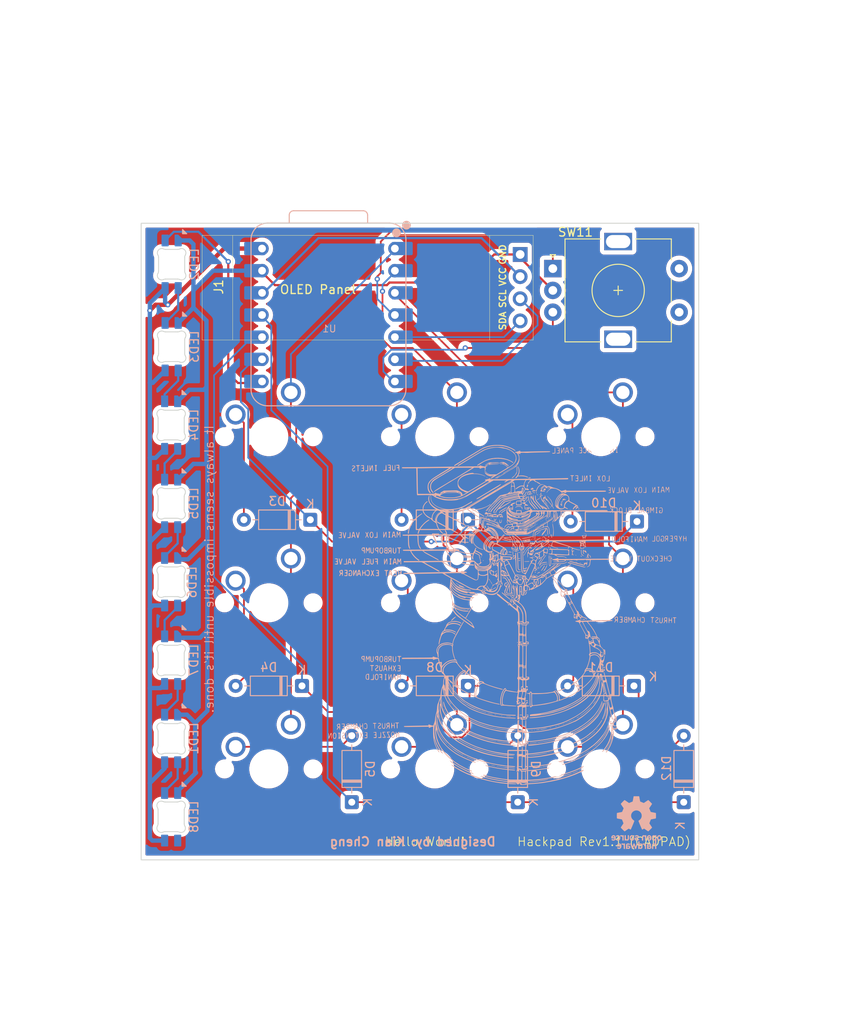
<source format=kicad_pcb>
(kicad_pcb (version 20241229) (generator "pcbnew") (generator_version "9.0")
  (layers (0 "F.Cu" signal) (2 "B.Cu" signal) (13 "F.Paste" user) (15 "B.Paste" user) (5 "F.SilkS" user "F.Silkscreen") (7 "B.SilkS" user "B.Silkscreen") (1 "F.Mask" user) (3 "B.Mask" user) (25 "Edge.Cuts" user))
  (net 0 "")
  (net 1 "GND")
  (net 2 "+5V")
  (net 3 "Row 0")
  (net 4 "Net-(D3-A)")
  (net 5 "Row 1")
  (net 6 "Net-(D4-A)")
  (net 7 "Net-(D5-A)")
  (net 8 "Row 2")
  (net 9 "Net-(D7-A)")
  (net 10 "Net-(D8-A)")
  (net 11 "Net-(D9-A)")
  (net 12 "Net-(D10-A)")
  (net 13 "Net-(D11-A)")
  (net 14 "Net-(D12-A)")
  (net 15 "+3V3")
  (net 16 "/SDA")
  (net 17 "/SCL")
  (net 18 "Column 0")
  (net 19 "Column 1")
  (net 20 "Column 2")
  (net 21 "EN1")
  (net 23 "EN2")
  (net 25 "Net-(LED1-DIN)")
  (net 26 "Net-(LED1-DOUT)")
  (net 27 "Net-(LED2-DOUT)")
  (net 28 "Net-(LED2-DIN)")
  (net 29 "Net-(LED3-DOUT)")
  (net 30 "Net-(LED4-DOUT)")
  (net 31 "Net-(LED5-DOUT)")
  (net 32 "Net-(LED6-DOUT)")
  (footprint "MX_Solderable:MX-Solderable-1U" (layer "F.Cu") (at 95.25 104.775)
    (property "Reference" "SW7")
    (property "Value" "SW_Push")
  )
  (footprint "MX_Solderable:MX-Solderable-1U" (layer "F.Cu") (at 76.2 104.775)
    (property "Reference" "SW4")
    (property "Value" "SW_Push")
  )
  (footprint "MX_Solderable:MX-Solderable-1U" (layer "F.Cu") (at 57.15 142.875)
    (property "Reference" "SW3")
    (property "Value" "SW_Push")
  )
  (footprint "MX_Solderable:MX-Solderable-1U" (layer "F.Cu") (at 57.15 123.825)
    (property "Reference" "SW2")
    (property "Value" "SW_Push")
  )
  (footprint "MX_Solderable:MX-Solderable-1U" (layer "F.Cu") (at 76.2 142.875)
    (property "Reference" "SW6")
    (property "Value" "SW_Push")
  )
  (footprint "MX_Solderable:MX-Solderable-1U" (layer "F.Cu") (at 95.25 142.875)
    (property "Reference" "SW9")
    (property "Value" "SW_Push")
  )
  (footprint "MX_Solderable:MX-Solderable-1U" (layer "F.Cu") (at 57.15 104.775)
    (property "Reference" "SW1")
    (property "Value" "SW_Push")
  )
  (footprint "MX_Solderable:MX-Solderable-1U" (layer "F.Cu") (at 76.2 123.825)
    (property "Reference" "SW5")
    (property "Value" "SW_Push")
  )
  (footprint "MX_Solderable:MX-Solderable-1U" (layer "F.Cu") (at 95.25 123.825)
    (property "Reference" "SW8")
    (property "Value" "SW_Push")
  )
  (footprint "Rotary_Encoder:RotaryEncoder_Alps_EC11E-Switch_Vertical_H20mm" (layer "F.Cu") (at 89.75 85.5)
    (property "Reference" "SW11")
    (property "Value" "RotaryEncoder_Switch")
  )
  (footprint "KiCad-SSD1306-0.91-OLED-4pin-128x32.pretty-master:SSD1306-0.91-OLED-4pin-128x32" (layer "F.Cu") (at 49.5 81.69)
    (property "Reference" "J1")
    (property "Value" "OLED")
  )
  (footprint "PCM_marbastlib-choc:LED_choc_6028R" (layer "B.Cu") (at 46 85 90)
    (property "Reference" "LED2")
    (property "Value" "MX_SK6812MINI-E")
    (fp_line (start -0.794452 -1.5) (end 0.794453 -1.5) (stroke (width 0.1)) (layer "Edge.Cuts"))
    (fp_line (start 1.699999 -0.702843) (end 1.699999 0.702841) (stroke (width 0.1)) (layer "Edge.Cuts"))
    (fp_line (start -1.699999 0.702841) (end -1.699999 -0.702843) (stroke (width 0.1)) (layer "Edge.Cuts"))
    (fp_line (start 0.794452 1.499999) (end -0.794452 1.499999) (stroke (width 0.1)) (layer "Edge.Cuts"))
    (fp_arc (start 1.046711 -1.568298) (mid 0.925123 -1.517376) (end 0.794453 -1.5) (stroke (width 0.1)) (layer "Edge.Cuts"))
    (fp_arc (start 1.046711 -1.568298) (mid 1.63807 -1.504035) (end 1.749484 -0.919721) (stroke (width 0.1)) (layer "Edge.Cuts"))
    (fp_arc (start -0.794453 -1.500001) (mid -0.925123 -1.517378) (end -1.046711 -1.5683) (stroke (width 0.1)) (layer "Edge.Cuts"))
    (fp_arc (start -1.749484 -0.919721) (mid -1.638071 -1.504036) (end -1.046711 -1.5683) (stroke (width 0.1)) (layer "Edge.Cuts"))
    (fp_arc (start -1.749484 -0.919721) (mid -1.712527 -0.814069) (end -1.699999 -0.702843) (stroke (width 0.1)) (layer "Edge.Cuts"))
    (fp_arc (start 1.699999 -0.702844) (mid 1.712536 -0.814066) (end 1.749484 -0.919721) (stroke (width 0.1)) (layer "Edge.Cuts"))
    (fp_arc (start -1.699999 0.702842) (mid -1.712527 0.814068) (end -1.749484 0.91972) (stroke (width 0.1)) (layer "Edge.Cuts"))
    (fp_arc (start 1.749484 0.919718) (mid 1.638073 1.504037) (end 1.046711 1.568298) (stroke (width 0.1)) (layer "Edge.Cuts"))
    (fp_arc (start 1.749484 0.91972) (mid 1.712526 0.814068) (end 1.699999 0.702841) (stroke (width 0.1)) (layer "Edge.Cuts"))
    (fp_arc (start 0.794452 1.499999) (mid 0.925123 1.517376) (end 1.046711 1.568298) (stroke (width 0.1)) (layer "Edge.Cuts"))
    (fp_arc (start -1.046711 1.568296) (mid -1.63807 1.504033) (end -1.749484 0.91972) (stroke (width 0.1)) (layer "Edge.Cuts"))
    (fp_arc (start -1.04671 1.568298) (mid -0.925122 1.517376) (end -0.794452 1.499999) (stroke (width 0.1)) (layer "Edge.Cuts"))
  )
  (footprint "PCM_marbastlib-choc:LED_choc_6028R" (layer "B.Cu") (at 46 94.456335 90)
    (property "Reference" "LED3")
    (property "Value" "MX_SK6812MINI-E")
    (fp_line (start -0.794452 -1.5) (end 0.794453 -1.5) (stroke (width 0.1)) (layer "Edge.Cuts"))
    (fp_line (start 1.699999 -0.702843) (end 1.699999 0.702841) (stroke (width 0.1)) (layer "Edge.Cuts"))
    (fp_line (start -1.699999 0.702841) (end -1.699999 -0.702843) (stroke (width 0.1)) (layer "Edge.Cuts"))
    (fp_line (start 0.794452 1.499999) (end -0.794452 1.499999) (stroke (width 0.1)) (layer "Edge.Cuts"))
    (fp_arc (start 1.046711 -1.568298) (mid 0.925123 -1.517376) (end 0.794453 -1.5) (stroke (width 0.1)) (layer "Edge.Cuts"))
    (fp_arc (start 1.046711 -1.568298) (mid 1.63807 -1.504035) (end 1.749484 -0.919721) (stroke (width 0.1)) (layer "Edge.Cuts"))
    (fp_arc (start -0.794453 -1.500001) (mid -0.925123 -1.517378) (end -1.046711 -1.5683) (stroke (width 0.1)) (layer "Edge.Cuts"))
    (fp_arc (start -1.749484 -0.919721) (mid -1.638071 -1.504036) (end -1.046711 -1.5683) (stroke (width 0.1)) (layer "Edge.Cuts"))
    (fp_arc (start -1.749484 -0.919721) (mid -1.712527 -0.814069) (end -1.699999 -0.702843) (stroke (width 0.1)) (layer "Edge.Cuts"))
    (fp_arc (start 1.699999 -0.702844) (mid 1.712536 -0.814066) (end 1.749484 -0.919721) (stroke (width 0.1)) (layer "Edge.Cuts"))
    (fp_arc (start -1.699999 0.702842) (mid -1.712527 0.814068) (end -1.749484 0.91972) (stroke (width 0.1)) (layer "Edge.Cuts"))
    (fp_arc (start 1.749484 0.919718) (mid 1.638073 1.504037) (end 1.046711 1.568298) (stroke (width 0.1)) (layer "Edge.Cuts"))
    (fp_arc (start 1.749484 0.91972) (mid 1.712526 0.814068) (end 1.699999 0.702841) (stroke (width 0.1)) (layer "Edge.Cuts"))
    (fp_arc (start 0.794452 1.499999) (mid 0.925123 1.517376) (end 1.046711 1.568298) (stroke (width 0.1)) (layer "Edge.Cuts"))
    (fp_arc (start -1.046711 1.568296) (mid -1.63807 1.504033) (end -1.749484 0.91972) (stroke (width 0.1)) (layer "Edge.Cuts"))
    (fp_arc (start -1.04671 1.568298) (mid -0.925122 1.517376) (end -0.794452 1.499999) (stroke (width 0.1)) (layer "Edge.Cuts"))
  )
  (footprint "Diode_THT:D_DO-35_SOD27_P7.62mm_Horizontal" (layer "B.Cu") (at 60.96 133.35 180)
    (property "Reference" "D4")
    (property "Value" "1N4148")
  )
  (footprint "PCM_marbastlib-choc:LED_choc_6028R" (layer "B.Cu") (at 45.94375 130.393778 90)
    (property "Reference" "LED7")
    (property "Value" "MX_SK6812MINI-E")
    (fp_line (start -0.794452 -1.5) (end 0.794453 -1.5) (stroke (width 0.1)) (layer "Edge.Cuts"))
    (fp_line (start 1.699999 -0.702843) (end 1.699999 0.702841) (stroke (width 0.1)) (layer "Edge.Cuts"))
    (fp_line (start -1.699999 0.702841) (end -1.699999 -0.702843) (stroke (width 0.1)) (layer "Edge.Cuts"))
    (fp_line (start 0.794452 1.499999) (end -0.794452 1.499999) (stroke (width 0.1)) (layer "Edge.Cuts"))
    (fp_arc (start 1.046711 -1.568298) (mid 0.925123 -1.517376) (end 0.794453 -1.5) (stroke (width 0.1)) (layer "Edge.Cuts"))
    (fp_arc (start 1.046711 -1.568298) (mid 1.63807 -1.504035) (end 1.749484 -0.919721) (stroke (width 0.1)) (layer "Edge.Cuts"))
    (fp_arc (start -0.794453 -1.500001) (mid -0.925123 -1.517378) (end -1.046711 -1.5683) (stroke (width 0.1)) (layer "Edge.Cuts"))
    (fp_arc (start -1.749484 -0.919721) (mid -1.638071 -1.504036) (end -1.046711 -1.5683) (stroke (width 0.1)) (layer "Edge.Cuts"))
    (fp_arc (start -1.749484 -0.919721) (mid -1.712527 -0.814069) (end -1.699999 -0.702843) (stroke (width 0.1)) (layer "Edge.Cuts"))
    (fp_arc (start 1.699999 -0.702844) (mid 1.712536 -0.814066) (end 1.749484 -0.919721) (stroke (width 0.1)) (layer "Edge.Cuts"))
    (fp_arc (start -1.699999 0.702842) (mid -1.712527 0.814068) (end -1.749484 0.91972) (stroke (width 0.1)) (layer "Edge.Cuts"))
    (fp_arc (start 1.749484 0.919718) (mid 1.638073 1.504037) (end 1.046711 1.568298) (stroke (width 0.1)) (layer "Edge.Cuts"))
    (fp_arc (start 1.749484 0.91972) (mid 1.712526 0.814068) (end 1.699999 0.702841) (stroke (width 0.1)) (layer "Edge.Cuts"))
    (fp_arc (start 0.794452 1.499999) (mid 0.925123 1.517376) (end 1.046711 1.568298) (stroke (width 0.1)) (layer "Edge.Cuts"))
    (fp_arc (start -1.046711 1.568296) (mid -1.63807 1.504033) (end -1.749484 0.91972) (stroke (width 0.1)) (layer "Edge.Cuts"))
    (fp_arc (start -1.04671 1.568298) (mid -0.925122 1.517376) (end -0.794452 1.499999) (stroke (width 0.1)) (layer "Edge.Cuts"))
  )
  (footprint "PCM_marbastlib-choc:LED_choc_6028R" (layer "B.Cu") (at 45.94375 103.440696 90)
    (property "Reference" "LED4")
    (property "Value" "MX_SK6812MINI-E")
    (fp_line (start -0.794452 -1.5) (end 0.794453 -1.5) (stroke (width 0.1)) (layer "Edge.Cuts"))
    (fp_line (start 1.699999 -0.702843) (end 1.699999 0.702841) (stroke (width 0.1)) (layer "Edge.Cuts"))
    (fp_line (start -1.699999 0.702841) (end -1.699999 -0.702843) (stroke (width 0.1)) (layer "Edge.Cuts"))
    (fp_line (start 0.794452 1.499999) (end -0.794452 1.499999) (stroke (width 0.1)) (layer "Edge.Cuts"))
    (fp_arc (start 1.046711 -1.568298) (mid 0.925123 -1.517376) (end 0.794453 -1.5) (stroke (width 0.1)) (layer "Edge.Cuts"))
    (fp_arc (start 1.046711 -1.568298) (mid 1.63807 -1.504035) (end 1.749484 -0.919721) (stroke (width 0.1)) (layer "Edge.Cuts"))
    (fp_arc (start -0.794453 -1.500001) (mid -0.925123 -1.517378) (end -1.046711 -1.5683) (stroke (width 0.1)) (layer "Edge.Cuts"))
    (fp_arc (start -1.749484 -0.919721) (mid -1.638071 -1.504036) (end -1.046711 -1.5683) (stroke (width 0.1)) (layer "Edge.Cuts"))
    (fp_arc (start -1.749484 -0.919721) (mid -1.712527 -0.814069) (end -1.699999 -0.702843) (stroke (width 0.1)) (layer "Edge.Cuts"))
    (fp_arc (start 1.699999 -0.702844) (mid 1.712536 -0.814066) (end 1.749484 -0.919721) (stroke (width 0.1)) (layer "Edge.Cuts"))
    (fp_arc (start -1.699999 0.702842) (mid -1.712527 0.814068) (end -1.749484 0.91972) (stroke (width 0.1)) (layer "Edge.Cuts"))
    (fp_arc (start 1.749484 0.919718) (mid 1.638073 1.504037) (end 1.046711 1.568298) (stroke (width 0.1)) (layer "Edge.Cuts"))
    (fp_arc (start 1.749484 0.91972) (mid 1.712526 0.814068) (end 1.699999 0.702841) (stroke (width 0.1)) (layer "Edge.Cuts"))
    (fp_arc (start 0.794452 1.499999) (mid 0.925123 1.517376) (end 1.046711 1.568298) (stroke (width 0.1)) (layer "Edge.Cuts"))
    (fp_arc (start -1.046711 1.568296) (mid -1.63807 1.504033) (end -1.749484 0.91972) (stroke (width 0.1)) (layer "Edge.Cuts"))
    (fp_arc (start -1.04671 1.568298) (mid -0.925122 1.517376) (end -0.794452 1.499999) (stroke (width 0.1)) (layer "Edge.Cuts"))
  )
  (footprint "PCM_marbastlib-choc:LED_choc_6028R" (layer "B.Cu") (at 45.94375 112.425056 90)
    (property "Reference" "LED5")
    (property "Value" "MX_SK6812MINI-E")
    (fp_line (start -0.794452 -1.5) (end 0.794453 -1.5) (stroke (width 0.1)) (layer "Edge.Cuts"))
    (fp_line (start 1.699999 -0.702843) (end 1.699999 0.702841) (stroke (width 0.1)) (layer "Edge.Cuts"))
    (fp_line (start -1.699999 0.702841) (end -1.699999 -0.702843) (stroke (width 0.1)) (layer "Edge.Cuts"))
    (fp_line (start 0.794452 1.499999) (end -0.794452 1.499999) (stroke (width 0.1)) (layer "Edge.Cuts"))
    (fp_arc (start 1.046711 -1.568298) (mid 0.925123 -1.517376) (end 0.794453 -1.5) (stroke (width 0.1)) (layer "Edge.Cuts"))
    (fp_arc (start 1.046711 -1.568298) (mid 1.63807 -1.504035) (end 1.749484 -0.919721) (stroke (width 0.1)) (layer "Edge.Cuts"))
    (fp_arc (start -0.794453 -1.500001) (mid -0.925123 -1.517378) (end -1.046711 -1.5683) (stroke (width 0.1)) (layer "Edge.Cuts"))
    (fp_arc (start -1.749484 -0.919721) (mid -1.638071 -1.504036) (end -1.046711 -1.5683) (stroke (width 0.1)) (layer "Edge.Cuts"))
    (fp_arc (start -1.749484 -0.919721) (mid -1.712527 -0.814069) (end -1.699999 -0.702843) (stroke (width 0.1)) (layer "Edge.Cuts"))
    (fp_arc (start 1.699999 -0.702844) (mid 1.712536 -0.814066) (end 1.749484 -0.919721) (stroke (width 0.1)) (layer "Edge.Cuts"))
    (fp_arc (start -1.699999 0.702842) (mid -1.712527 0.814068) (end -1.749484 0.91972) (stroke (width 0.1)) (layer "Edge.Cuts"))
    (fp_arc (start 1.749484 0.919718) (mid 1.638073 1.504037) (end 1.046711 1.568298) (stroke (width 0.1)) (layer "Edge.Cuts"))
    (fp_arc (start 1.749484 0.91972) (mid 1.712526 0.814068) (end 1.699999 0.702841) (stroke (width 0.1)) (layer "Edge.Cuts"))
    (fp_arc (start 0.794452 1.499999) (mid 0.925123 1.517376) (end 1.046711 1.568298) (stroke (width 0.1)) (layer "Edge.Cuts"))
    (fp_arc (start -1.046711 1.568296) (mid -1.63807 1.504033) (end -1.749484 0.91972) (stroke (width 0.1)) (layer "Edge.Cuts"))
    (fp_arc (start -1.04671 1.568298) (mid -0.925122 1.517376) (end -0.794452 1.499999) (stroke (width 0.1)) (layer "Edge.Cuts"))
  )
  (footprint "PCM_marbastlib-choc:LED_choc_6028R" (layer "B.Cu") (at 45.94375 148.3625 90)
    (property "Reference" "LED8")
    (property "Value" "MX_SK6812MINI-E")
    (fp_line (start -0.794452 -1.5) (end 0.794453 -1.5) (stroke (width 0.1)) (layer "Edge.Cuts"))
    (fp_line (start 1.699999 -0.702843) (end 1.699999 0.702841) (stroke (width 0.1)) (layer "Edge.Cuts"))
    (fp_line (start -1.699999 0.702841) (end -1.699999 -0.702843) (stroke (width 0.1)) (layer "Edge.Cuts"))
    (fp_line (start 0.794452 1.499999) (end -0.794452 1.499999) (stroke (width 0.1)) (layer "Edge.Cuts"))
    (fp_arc (start 1.046711 -1.568298) (mid 0.925123 -1.517376) (end 0.794453 -1.5) (stroke (width 0.1)) (layer "Edge.Cuts"))
    (fp_arc (start 1.046711 -1.568298) (mid 1.63807 -1.504035) (end 1.749484 -0.919721) (stroke (width 0.1)) (layer "Edge.Cuts"))
    (fp_arc (start -0.794453 -1.500001) (mid -0.925123 -1.517378) (end -1.046711 -1.5683) (stroke (width 0.1)) (layer "Edge.Cuts"))
    (fp_arc (start -1.749484 -0.919721) (mid -1.638071 -1.504036) (end -1.046711 -1.5683) (stroke (width 0.1)) (layer "Edge.Cuts"))
    (fp_arc (start -1.749484 -0.919721) (mid -1.712527 -0.814069) (end -1.699999 -0.702843) (stroke (width 0.1)) (layer "Edge.Cuts"))
    (fp_arc (start 1.699999 -0.702844) (mid 1.712536 -0.814066) (end 1.749484 -0.919721) (stroke (width 0.1)) (layer "Edge.Cuts"))
    (fp_arc (start -1.699999 0.702842) (mid -1.712527 0.814068) (end -1.749484 0.91972) (stroke (width 0.1)) (layer "Edge.Cuts"))
    (fp_arc (start 1.749484 0.919718) (mid 1.638073 1.504037) (end 1.046711 1.568298) (stroke (width 0.1)) (layer "Edge.Cuts"))
    (fp_arc (start 1.749484 0.91972) (mid 1.712526 0.814068) (end 1.699999 0.702841) (stroke (width 0.1)) (layer "Edge.Cuts"))
    (fp_arc (start 0.794452 1.499999) (mid 0.925123 1.517376) (end 1.046711 1.568298) (stroke (width 0.1)) (layer "Edge.Cuts"))
    (fp_arc (start -1.046711 1.568296) (mid -1.63807 1.504033) (end -1.749484 0.91972) (stroke (width 0.1)) (layer "Edge.Cuts"))
    (fp_arc (start -1.04671 1.568298) (mid -0.925122 1.517376) (end -0.794452 1.499999) (stroke (width 0.1)) (layer "Edge.Cuts"))
  )
  (footprint "Diode_THT:D_DO-35_SOD27_P7.62mm_Horizontal" (layer "B.Cu") (at 80.01 114.3 180)
    (property "Reference" "D7")
    (property "Value" "1N4148")
  )
  (footprint "Diode_THT:D_DO-35_SOD27_P7.62mm_Horizontal" (layer "B.Cu") (at 80.01 133.35 180)
    (property "Reference" "D8")
    (property "Value" "1N4148")
  )
  (footprint "Diode_THT:D_DO-35_SOD27_P7.62mm_Horizontal" (layer "B.Cu") (at 104.775 146.685 90)
    (property "Reference" "D12")
    (property "Value" "1N4148")
  )
  (footprint "Seeed Studio XIAO Series Library:XIAO-RP2040-DIP" (layer "B.Cu") (at 64 90.82 180)
    (property "Reference" "U1")
    (property "Value" "XIAO-RP2040-DIP")
  )
  (footprint "Downloads:F1 engine" (layer "B.Cu") (at 84.51 125.1 180)
    (property "Reference" "G***" (hide yes))
    (property "Value" "LOGO" (hide yes))
  )
  (footprint "Diode_THT:D_DO-35_SOD27_P7.62mm_Horizontal" (layer "B.Cu") (at 85.725 146.685 90)
    (property "Reference" "D9")
    (property "Value" "1N4148")
  )
  (footprint "Diode_THT:D_DO-35_SOD27_P7.62mm_Horizontal" (layer "B.Cu") (at 61.9125 114.3 180)
    (property "Reference" "D3")
    (property "Value" "1N4148")
  )
  (footprint "PCM_marbastlib-choc:LED_choc_6028R" (layer "B.Cu") (at 45.94375 139.378139 90)
    (property "Reference" "LED1")
    (property "Value" "MX_SK6812MINI-E")
    (fp_line (start -0.794452 -1.5) (end 0.794453 -1.5) (stroke (width 0.1)) (layer "Edge.Cuts"))
    (fp_line (start 1.699999 -0.702843) (end 1.699999 0.702841) (stroke (width 0.1)) (layer "Edge.Cuts"))
    (fp_line (start -1.699999 0.702841) (end -1.699999 -0.702843) (stroke (width 0.1)) (layer "Edge.Cuts"))
    (fp_line (start 0.794452 1.499999) (end -0.794452 1.499999) (stroke (width 0.1)) (layer "Edge.Cuts"))
    (fp_arc (start 1.046711 -1.568298) (mid 0.925123 -1.517376) (end 0.794453 -1.5) (stroke (width 0.1)) (layer "Edge.Cuts"))
    (fp_arc (start 1.046711 -1.568298) (mid 1.63807 -1.504035) (end 1.749484 -0.919721) (stroke (width 0.1)) (layer "Edge.Cuts"))
    (fp_arc (start -0.794453 -1.500001) (mid -0.925123 -1.517378) (end -1.046711 -1.5683) (stroke (width 0.1)) (layer "Edge.Cuts"))
    (fp_arc (start -1.749484 -0.919721) (mid -1.638071 -1.504036) (end -1.046711 -1.5683) (stroke (width 0.1)) (layer "Edge.Cuts"))
    (fp_arc (start -1.749484 -0.919721) (mid -1.712527 -0.814069) (end -1.699999 -0.702843) (stroke (width 0.1)) (layer "Edge.Cuts"))
    (fp_arc (start 1.699999 -0.702844) (mid 1.712536 -0.814066) (end 1.749484 -0.919721) (stroke (width 0.1)) (layer "Edge.Cuts"))
    (fp_arc (start -1.699999 0.702842) (mid -1.712527 0.814068) (end -1.749484 0.91972) (stroke (width 0.1)) (layer "Edge.Cuts"))
    (fp_arc (start 1.749484 0.919718) (mid 1.638073 1.504037) (end 1.046711 1.568298) (stroke (width 0.1)) (layer "Edge.Cuts"))
    (fp_arc (start 1.749484 0.91972) (mid 1.712526 0.814068) (end 1.699999 0.702841) (stroke (width 0.1)) (layer "Edge.Cuts"))
    (fp_arc (start 0.794452 1.499999) (mid 0.925123 1.517376) (end 1.046711 1.568298) (stroke (width 0.1)) (layer "Edge.Cuts"))
    (fp_arc (start -1.046711 1.568296) (mid -1.63807 1.504033) (end -1.749484 0.91972) (stroke (width 0.1)) (layer "Edge.Cuts"))
    (fp_arc (start -1.04671 1.568298) (mid -0.925122 1.517376) (end -0.794452 1.499999) (stroke (width 0.1)) (layer "Edge.Cuts"))
  )
  (footprint "Symbol:OSHW-Logo_5.7x6mm_SilkScreen" (layer "B.Cu") (at 99.35 149.02 180)
    (property "Reference" "REF**" (hide yes))
    (property "Value" "OSHW-Logo_5.7x6mm_SilkScreen" (hide yes))
  )
  (footprint "Diode_THT:D_DO-35_SOD27_P7.62mm_Horizontal" (layer "B.Cu") (at 99.06 133.35 180)
    (property "Reference" "D11")
    (property "Value" "1N4148")
  )
  (footprint "Diode_THT:D_DO-35_SOD27_P7.62mm_Horizontal" (layer "B.Cu") (at 99.41 114.5 180)
    (property "Reference" "D10")
    (property "Value" "1N4148")
  )
  (footprint "PCM_marbastlib-choc:LED_choc_6028R" (layer "B.Cu") (at 45.94375 121.409417 90)
    (property "Reference" "LED6")
    (property "Value" "MX_SK6812MINI-E")
    (fp_line (start -0.794452 -1.5) (end 0.794453 -1.5) (stroke (width 0.1)) (layer "Edge.Cuts"))
    (fp_line (start 1.699999 -0.702843) (end 1.699999 0.702841) (stroke (width 0.1)) (layer "Edge.Cuts"))
    (fp_line (start -1.699999 0.702841) (end -1.699999 -0.702843) (stroke (width 0.1)) (layer "Edge.Cuts"))
    (fp_line (start 0.794452 1.499999) (end -0.794452 1.499999) (stroke (width 0.1)) (layer "Edge.Cuts"))
    (fp_arc (start 1.046711 -1.568298) (mid 0.925123 -1.517376) (end 0.794453 -1.5) (stroke (width 0.1)) (layer "Edge.Cuts"))
    (fp_arc (start 1.046711 -1.568298) (mid 1.63807 -1.504035) (end 1.749484 -0.919721) (stroke (width 0.1)) (layer "Edge.Cuts"))
    (fp_arc (start -0.794453 -1.500001) (mid -0.925123 -1.517378) (end -1.046711 -1.5683) (stroke (width 0.1)) (layer "Edge.Cuts"))
    (fp_arc (start -1.749484 -0.919721) (mid -1.638071 -1.504036) (end -1.046711 -1.5683) (stroke (width 0.1)) (layer "Edge.Cuts"))
    (fp_arc (start -1.749484 -0.919721) (mid -1.712527 -0.814069) (end -1.699999 -0.702843) (stroke (width 0.1)) (layer "Edge.Cuts"))
    (fp_arc (start 1.699999 -0.702844) (mid 1.712536 -0.814066) (end 1.749484 -0.919721) (stroke (width 0.1)) (layer "Edge.Cuts"))
    (fp_arc (start -1.699999 0.702842) (mid -1.712527 0.814068) (end -1.749484 0.91972) (stroke (width 0.1)) (layer "Edge.Cuts"))
    (fp_arc (start 1.749484 0.919718) (mid 1.638073 1.504037) (end 1.046711 1.568298) (stroke (width 0.1)) (layer "Edge.Cuts"))
    (fp_arc (start 1.749484 0.91972) (mid 1.712526 0.814068) (end 1.699999 0.702841) (stroke (width 0.1)) (layer "Edge.Cuts"))
    (fp_arc (start 0.794452 1.499999) (mid 0.925123 1.517376) (end 1.046711 1.568298) (stroke (width 0.1)) (layer "Edge.Cuts"))
    (fp_arc (start -1.046711 1.568296) (mid -1.63807 1.504033) (end -1.749484 0.91972) (stroke (width 0.1)) (layer "Edge.Cuts"))
    (fp_arc (start -1.04671 1.568298) (mid -0.925122 1.517376) (end -0.794452 1.499999) (stroke (width 0.1)) (layer "Edge.Cuts"))
  )
  (footprint "Diode_THT:D_DO-35_SOD27_P7.62mm_Horizontal" (layer "B.Cu") (at 66.675 146.685 90)
    (property "Reference" "D5")
    (property "Value" "1N4148")
  )
  (gr_rect (start 42.5 80.3) (end 106.5 153.3) (stroke (width 0.1)) (fill no) (layer "Edge.Cuts"))
  (gr_text "Hackpad Rev1.1 (CADPAD)" (at 85.6 151.8 0) (layer "F.SilkS") (effects (font (size 1 1) (thickness 0.1)) (justify left bottom)))
  (gr_text "Hello World!" (at 70.4 151.8 0) (layer "F.SilkS") (effects (font (size 1 1) (thickness 0.1)) (justify left bottom)))
  (gr_text "It always seems impossible until it's done." (at 50.9 103.4 90) (layer "B.SilkS") (effects (font (size 1 1) (thickness 0.1)) (justify left bottom mirror)))
  (gr_text "Designed by: Kian Cheng" (at 83.3 151.8 0) (layer "B.SilkS") (effects (font (size 1 1) (thickness 0.2) (bold yes)) (justify left bottom mirror)))
  (segment (start 71 87.1) (end 70.703 87.397) (width 0.25) (layer "F.Cu") (net 1))
  (segment (start 79.8 87.1) (end 83.02 83.88) (width 0.25) (layer "F.Cu") (net 1))
  (segment (start 70.703 87.397) (end 57.857 87.397) (width 0.25) (layer "F.Cu") (net 1))
  (segment (start 79.8 87.1) (end 71 87.1) (width 0.25) (layer "F.Cu") (net 1))
  (segment (start 83.02 83.88) (end 86 83.88) (width 0.25) (layer "F.Cu") (net 1))
  (segment (start 86 84.25) (end 86 83.88) (width 0.2) (layer "F.Cu") (net 1))
  (segment (start 89.75 88) (end 86 84.25) (width 0.25) (layer "F.Cu") (net 1))
  (segment (start 57.857 87.397) (end 56.38 85.92) (width 0.25) (layer "F.Cu") (net 1))
  (segment (start 48.009446 99.4) (end 49.6829 99.4) (width 0.5) (layer "B.Cu") (net 1))
  (segment (start 48.493806 107.9) (end 50.1 107.9) (width 0.5) (layer "B.Cu") (net 1))
  (segment (start 49.6829 99.4) (end 50 99.0829) (width 0.5) (layer "B.Cu") (net 1))
  (segment (start 46.69375 145.40625) (end 48.8 143.3) (width 0.5) (layer "B.Cu") (net 1))
  (segment (start 46.69375 100.715696) (end 48.009446 99.4) (width 0.5) (layer "B.Cu") (net 1))
  (segment (start 46.847669 118.838336) (end 47.878764 118.838336) (width 0.5) (layer "B.Cu") (net 1))
  (segment (start 48.7 137.6) (end 47.753139 136.653139) (width 0.5) (layer "B.Cu") (net 1))
  (segment (start 55.545 85.74) (end 50.76 85.74) (width 0.5) (layer "B.Cu") (net 1))
  (segment (start 46.69375 118.684417) (end 46.847669 118.838336) (width 0.5) (layer "B.Cu") (net 1))
  (segment (start 48.5 89.981335) (end 46.75 91.731335) (width 0.5) (layer "B.Cu") (net 1))
  (segment (start 48.8 143.3) (end 48.7 143.2) (width 0.5) (layer "B.Cu") (net 1))
  (segment (start 50.1 136.2) (end 48.7 137.6) (width 0.5) (layer "B.Cu") (net 1))
  (segment (start 46.69375 145.6375) (end 46.69375 145.40625) (width 0.5) (layer "B.Cu") (net 1))
  (segment (start 48.5 82.7) (end 48.075 82.275) (width 0.5) (layer "B.Cu") (net 1))
  (segment (start 46.850268 127.825296) (end 49.291804 127.825296) (width 0.5) (layer "B.Cu") (net 1))
  (segment (start 50 91.481335) (end 48.5 89.981335) (width 0.5) (layer "B.Cu") (net 1))
  (segment (start 48.5 82.7) (end 48.5 88) (width 0.5) (layer "B.Cu") (net 1))
  (segment (start 47.878764 118.838336) (end 50.1 116.6171) (width 0.5) (layer "B.Cu") (net 1))
  (segment (start 47.753139 136.653139) (end 46.69375 136.653139) (width 0.5) (layer "B.Cu") (net 1))
  (segment (start 48.075 82.275) (end 46.75 82.275) (width 0.5) (layer "B.Cu") (net 1))
  (segment (start 46.69375 109.700056) (end 48.493806 107.9) (width 0.5) (layer "B.Cu") (net 1))
  (segment (start 50.1 107.6829) (end 50 107.5829) (width 0.5) (layer "B.Cu") (net 1))
  (segment (start 49.291804 127.808196) (end 50.1 127) (width 0.5) (layer "B.Cu") (net 1))
  (segment (start 48.7 143.2) (end 48.7 137.6) (width 0.5) (layer "B.Cu") (net 1))
  (segment (start 50 99.0829) (end 50 91.481335) (width 0.5) (layer "B.Cu") (net 1))
  (segment (start 50.1 116.6171) (end 50.1 127) (width 0.5) (layer "B.Cu") (net 1))
  (segment (start 50.1 127) (end 50.1 136.2) (width 0.5) (layer "B.Cu") (net 1))
  (segment (start 50.76 85.74) (end 48.5 88) (width 0.5) (layer "B.Cu") (net 1))
  (segment (start 46.69375 127.668778) (end 46.850268 127.825296) (width 0.5) (layer "B.Cu") (net 1))
  (segment (start 50 107.5829) (end 50 99.0829) (width 0.5) (layer "B.Cu") (net 1))
  (segment (start 48.5 88) (end 48.5 89.981335) (width 0.5) (layer "B.Cu") (net 1))
  (segment (start 49.291804 127.825296) (end 49.291804 127.808196) (width 0.5) (layer "B.Cu") (net 1))
  (segment (start 50.1 116.6171) (end 50.1 107.6829) (width 0.5) (layer "B.Cu") (net 1))
  (segment (start 44.15 89.65) (end 43.49 90.31) (width 0.5) (layer "F.Cu") (net 2))
  (segment (start 45.56 89.65) (end 52.01 83.2) (width 0.5) (layer "F.Cu") (net 2))
  (segment (start 52.01 83.2) (end 56.38 83.2) (width 0.5) (layer "F.Cu") (net 2))
  (segment (start 45.56 89.65) (end 44.15 89.65) (width 0.5) (layer "F.Cu") (net 2))
  (via (at 43.5 90.31) (size 0.6) (drill 0.3) (layers "F.Cu" "B.Cu") (net 2))
  (via (at 45.56 89.65) (size 0.6) (drill 0.3) (layers "F.Cu" "B.Cu") (net 2))
  (segment (start 43.5 107.2) (end 43.5 98.6) (width 0.5) (layer "B.Cu") (net 2))
  (segment (start 45.19375 133.118778) (end 44.712528 133.6) (width 0.5) (layer "B.Cu") (net 2))
  (segment (start 45.25 97.181335) (end 43.831335 98.6) (width 0.5) (layer "B.Cu") (net 2))
  (segment (start 45.25 87.725) (end 45.25 89.34) (width 0.5) (layer "B.Cu") (net 2))
  (segment (start 43.865583 124.134417) (end 43.5 124.5) (width 0.5) (layer "B.Cu") (net 2))
  (segment (start 43.5 90.31) (end 43.5 89.475) (width 0.5) (layer "B.Cu") (net 2))
  (segment (start 44.712528 133.6) (end 43.5 133.6) (width 0.5) (layer "B.Cu") (net 2))
  (segment (start 43.5 98.6) (end 43.5 90.31) (width 0.5) (layer "B.Cu") (net 2))
  (segment (start 45.19375 142.103139) (end 45.19375 142.80625) (width 0.5) (layer "B.Cu") (net 2))
  (segment (start 43.643806 116.7) (end 43.5 116.7) (width 0.5) (layer "B.Cu") (net 2))
  (segment (start 45.25 89.34) (end 45.56 89.65) (width 0.5) (layer "B.Cu") (net 2))
  (segment (start 43.5 144.5) (end 43.5 133.6) (width 0.5) (layer "B.Cu") (net 2))
  (segment (start 43.5 133.6) (end 43.5 124.5) (width 0.5) (layer "B.Cu") (net 2))
  (segment (start 43.7875 151.0875) (end 45.19375 151.0875) (width 0.5) (layer "B.Cu") (net 2))
  (segment (start 43.5 124.5) (end 43.5 116.7) (width 0.5) (layer "B.Cu") (net 2))
  (segment (start 43.831335 98.6) (end 43.5 98.6) (width 0.5) (layer "B.Cu") (net 2))
  (segment (start 43.5 144.5) (end 43.5 150.8) (width 0.5) (layer "B.Cu") (net 2))
  (segment (start 43.5 89.475) (end 45.25 87.725) (width 0.5) (layer "B.Cu") (net 2))
  (segment (start 43.5 150.8) (end 43.7875 151.0875) (width 0.5) (layer "B.Cu") (net 2))
  (segment (start 43.5 116.7) (end 43.5 107.2) (width 0.5) (layer "B.Cu") (net 2))
  (segment (start 45.19375 106.165696) (end 44.159446 107.2) (width 0.5) (layer "B.Cu") (net 2))
  (segment (start 45.19375 115.150056) (end 43.643806 116.7) (width 0.5) (layer "B.Cu") (net 2))
  (segment (start 45.19375 142.80625) (end 43.5 144.5) (width 0.5) (layer "B.Cu") (net 2))
  (segment (start 45.19375 124.134417) (end 43.865583 124.134417) (width 0.5) (layer "B.Cu") (net 2))
  (segment (start 44.159446 107.2) (end 43.5 107.2) (width 0.5) (layer "B.Cu") (net 2))
  (segment (start 61.9125 114.3) (end 64.4125 116.8) (width 0.2) (layer "F.Cu") (net 3))
  (segment (start 64.4125 116.8) (end 75.8 116.8) (width 0.2) (layer "F.Cu") (net 3))
  (via (at 75.8 116.8) (size 0.6) (drill 0.3) (layers "F.Cu" "B.Cu") (net 3))
  (segment (start 53.941024 97.441346) (end 53.941024 100.784) (width 0.2) (layer "B.Cu") (net 3))
  (segment (start 82.51 116.8) (end 97.11 116.8) (width 0.2) (layer "B.Cu") (net 3))
  (segment (start 78.2 116.8) (end 80.01 114.99) (width 0.2) (layer "B.Cu") (net 3))
  (segment (start 55.30237 96.08) (end 53.941024 97.441346) (width 0.2) (layer "B.Cu") (net 3))
  (segment (start 75.8 116.8) (end 78.2 116.8) (width 0.2) (layer "B.Cu") (net 3))
  (segment (start 53.941024 100.784) (end 54.791 101.633976) (width 0.2) (layer "B.Cu") (net 3))
  (segment (start 54.791 107.1785) (end 61.9125 114.3) (width 0.2) (layer "B.Cu") (net 3))
  (segment (start 80.01 114.3) (end 82.51 116.8) (width 0.2) (layer "B.Cu") (net 3))
  (segment (start 97.11 116.8) (end 99.41 114.5) (width 0.2) (layer "B.Cu") (net 3))
  (segment (start 80.01 114.99) (end 80.01 114.3) (width 0.2) (layer "B.Cu") (net 3))
  (segment (start 56.38 96.08) (end 55.30237 96.08) (width 0.2) (layer "B.Cu") (net 3))
  (segment (start 54.791 101.633976) (end 54.791 107.1785) (width 0.2) (layer "B.Cu") (net 3))
  (segment (start 54.2925 103.1875) (end 54.2925 114.3) (width 0.2) (layer "F.Cu") (net 4))
  (segment (start 53.34 102.235) (end 54.2925 103.1875) (width 0.2) (layer "F.Cu") (net 4))
  (segment (start 80.191 138.396024) (end 80.191 133.531) (width 0.2) (layer "F.Cu") (net 5))
  (segment (start 63.954 136.344) (end 75.236976 136.344) (width 0.2) (layer "F.Cu") (net 5))
  (segment (start 99.6 138.6) (end 99.6 133.89) (width 0.2) (layer "F.Cu") (net 5))
  (segment (start 96.6 139.6) (end 98.6 139.6) (width 0.2) (layer "F.Cu") (net 5))
  (segment (start 79.341024 139.246) (end 80.191 138.396024) (width 0.2) (layer "F.Cu") (net 5))
  (segment (start 98.6 139.6) (end 99.6 138.6) (width 0.2) (layer "F.Cu") (net 5))
  (segment (start 86.41705 138.2) (end 95.2 138.2) (width 0.2) (layer "F.Cu") (net 5))
  (segment (start 80.01 133.35) (end 81.56705 133.35) (width 0.2) (layer "F.Cu") (net 5))
  (segment (start 75.236976 136.344) (end 78.138976 139.246) (width 0.2) (layer "F.Cu") (net 5))
  (segment (start 95.2 138.2) (end 96.6 139.6) (width 0.2) (layer "F.Cu") (net 5))
  (segment (start 78.138976 139.246) (end 79.341024 139.246) (width 0.2) (layer "F.Cu") (net 5))
  (segment (start 60.96 133.35) (end 63.954 136.344) (width 0.2) (layer "F.Cu") (net 5))
  (segment (start 81.56705 133.35) (end 86.41705 138.2) (width 0.2) (layer "F.Cu") (net 5))
  (segment (start 80.191 133.531) (end 80.01 133.35) (width 0.2) (layer "F.Cu") (net 5))
  (segment (start 99.6 133.89) (end 99.06 133.35) (width 0.2) (layer "F.Cu") (net 5))
  (segment (start 60.96 130.957024) (end 60.96 133.35) (width 0.2) (layer "B.Cu") (net 5))
  (segment (start 50.8681 97.7319) (end 50.8681 120.865124) (width 0.2) (layer "B.Cu") (net 5))
  (segment (start 56.38 93.54) (end 55.06 93.54) (width 0.2) (layer "B.Cu") (net 5))
  (segment (start 50.8681 120.865124) (end 60.96 130.957024) (width 0.2) (layer "B.Cu") (net 5))
  (segment (start 55.06 93.54) (end 50.8681 97.7319) (width 0.2) (layer "B.Cu") (net 5))
  (segment (start 54.3 122.245) (end 54.3 132.39) (width 0.2) (layer "F.Cu") (net 6))
  (segment (start 53.34 121.285) (end 54.3 122.245) (width 0.2) (layer "F.Cu") (net 6))
  (segment (start 54.3 132.39) (end 53.34 133.35) (width 0.2) (layer "F.Cu") (net 6))
  (segment (start 53.34 140.335) (end 65.405 140.335) (width 0.2) (layer "F.Cu") (net 7))
  (segment (start 65.405 140.335) (end 66.675 139.065) (width 0.2) (layer "F.Cu") (net 7))
  (segment (start 85.725 146.685) (end 104.775 146.685) (width 0.2) (layer "F.Cu") (net 8))
  (segment (start 66.675 146.685) (end 85.725 146.685) (width 0.2) (layer "F.Cu") (net 8))
  (segment (start 57.443 92.063) (end 57.443 101.751811) (width 0.2) (layer "B.Cu") (net 8))
  (segment (start 56.38 91) (end 57.443 92.063) (width 0.2) (layer "B.Cu") (net 8))
  (segment (start 57.443 101.751811) (end 63.9 108.208811) (width 0.2) (layer "B.Cu") (net 8))
  (segment (start 63.9 108.208811) (end 63.9 143.91) (width 0.2) (layer "B.Cu") (net 8))
  (segment (start 63.9 143.91) (end 66.675 146.685) (width 0.2) (layer "B.Cu") (net 8))
  (segment (start 72.39 114.3) (end 72.39 102.235) (width 0.2) (layer "F.Cu") (net 9))
  (segment (start 73.1 121.995) (end 73.1 132.64) (width 0.2) (layer "F.Cu") (net 10))
  (segment (start 72.39 121.285) (end 73.1 121.995) (width 0.2) (layer "F.Cu") (net 10))
  (segment (start 73.1 132.64) (end 72.39 133.35) (width 0.2) (layer "F.Cu") (net 10))
  (segment (start 84.455 140.335) (end 85.725 139.065) (width 0.2) (layer "F.Cu") (net 11))
  (segment (start 72.39 140.335) (end 84.455 140.335) (width 0.2) (layer "F.Cu") (net 11))
  (segment (start 92 102.795) (end 92 114.29) (width 0.2) (layer "F.Cu") (net 12))
  (segment (start 91.44 102.235) (end 92 102.795) (width 0.2) (layer "F.Cu") (net 12))
  (segment (start 92 114.29) (end 91.79 114.5) (width 0.2) (layer "F.Cu") (net 12))
  (segment (start 92.1 132.69) (end 91.44 133.35) (width 0.2) (layer "F.Cu") (net 13))
  (segment (start 92.1 121.945) (end 92.1 132.69) (width 0.2) (layer "F.Cu") (net 13))
  (segment (start 91.44 121.285) (end 92.1 121.945) (width 0.2) (layer "F.Cu") (net 13))
  (segment (start 103.505 140.335) (end 104.775 139.065) (width 0.2) (layer "F.Cu") (net 14))
  (segment (start 91.44 140.335) (end 103.505 140.335) (width 0.2) (layer "F.Cu") (net 14))
  (segment (start 81.579999 82) (end 86 86.420001) (width 0.25) (layer "B.Cu") (net 15))
  (segment (start 62.84 82) (end 81.579999 82) (width 0.25) (layer "B.Cu") (net 15))
  (segment (start 56.38 88.46) (end 62.84 82) (width 0.25) (layer "B.Cu") (net 15))
  (segment (start 86.42 86.42) (end 86 86.42) (width 0.2) (layer "B.Cu") (net 15))
  (segment (start 71.62 93.36) (end 84.14 93.36) (width 0.2) (layer "B.Cu") (net 16))
  (segment (start 84.14 93.36) (end 86 91.5) (width 0.2) (layer "B.Cu") (net 16))
  (segment (start 88 90.96) (end 88 92) (width 0.2) (layer "B.Cu") (net 17))
  (segment (start 83.92 96.08) (end 88 92) (width 0.2) (layer "B.Cu") (net 17))
  (segment (start 72.455 96.08) (end 83.92 96.08) (width 0.2) (layer "B.Cu") (net 17))
  (segment (start 86 88.96) (end 88 90.96) (width 0.2) (layer "B.Cu") (net 17))
  (segment (start 60.3 111.2) (end 59.69 111.81) (width 0.2) (layer "F.Cu") (net 18))
  (segment (start 60.3 102) (end 60.3 111.2) (width 0.2) (layer "F.Cu") (net 18))
  (segment (start 59.69 118.745) (end 59.69 137.795) (width 0.2) (layer "F.Cu") (net 18))
  (segment (start 59.69 101.39) (end 60.3 102) (width 0.2) (layer "F.Cu") (net 18))
  (segment (start 59.69 99.695) (end 59.69 101.39) (width 0.2) (layer "F.Cu") (net 18))
  (segment (start 59.69 111.81) (end 59.69 118.745) (width 0.2) (layer "F.Cu") (net 18))
  (segment (start 59.69 99.695) (end 59.69 95.31) (width 0.2) (layer "B.Cu") (net 18))
  (segment (start 59.69 95.31) (end 71.62 83.38) (width 0.2) (layer "B.Cu") (net 18))
  (segment (start 73.645 94.6) (end 71.17669 94.6) (width 0.2) (layer "F.Cu") (net 19))
  (segment (start 70.2 93.62331) (end 70.2 88.1) (width 0.2) (layer "F.Cu") (net 19))
  (segment (start 77.2 113.1) (end 77.2 117.205) (width 0.2) (layer "F.Cu") (net 19))
  (segment (start 78.74 99.695) (end 78.74 111.56) (width 0.2) (layer "F.Cu") (net 19))
  (segment (start 78.74 99.695) (end 73.645 94.6) (width 0.2) (layer "F.Cu") (net 19))
  (segment (start 78.74 111.56) (end 77.2 113.1) (width 0.2) (layer "F.Cu") (net 19))
  (segment (start 71.17669 94.6) (end 70.2 93.62331) (width 0.2) (layer "F.Cu") (net 19))
  (segment (start 77.2 117.205) (end 78.74 118.745) (width 0.2) (layer "F.Cu") (net 19))
  (segment (start 78.74 118.745) (end 78.74 137.795) (width 0.2) (layer "F.Cu") (net 19))
  (via (at 70.2 88.1) (size 0.6) (drill 0.3) (layers "F.Cu" "B.Cu") (net 19))
  (segment (start 70.2 87.34) (end 71.62 85.92) (width 0.2) (layer "B.Cu") (net 19))
  (segment (start 70.2 88.1) (end 70.2 87.34) (width 0.2) (layer "B.Cu") (net 19))
  (segment (start 97.79 99.695) (end 97.79 111.89) (width 0.2) (layer "F.Cu") (net 20))
  (segment (start 96.4 113.3) (end 96.2 113.3) (width 0.2) (layer "F.Cu") (net 20))
  (segment (start 96.2 117.155) (end 97.79 118.745) (width 0.2) (layer "F.Cu") (net 20))
  (segment (start 96.2 113.3) (end 96.2 117.155) (width 0.2) (layer "F.Cu") (net 20))
  (segment (start 97.79 111.89) (end 97.8 111.9) (width 0.2) (layer "F.Cu") (net 20))
  (segment (start 97.79 118.745) (end 97.79 137.795) (width 0.2) (layer "F.Cu") (net 20))
  (segment (start 97.8 111.9) (end 96.4 113.3) (width 0.2) (layer "F.Cu") (net 20))
  (segment (start 82.855 99.695) (end 71.62 88.46) (width 0.2) (layer "F.Cu") (net 20))
  (segment (start 97.79 99.695) (end 82.855 99.695) (width 0.2) (layer "F.Cu") (net 20))
  (segment (start 69.6 86.7) (end 69.6 86.4) (width 0.2) (layer "F.Cu") (net 21))
  (segment (start 69.6 86.4) (end 70 86) (width 0.2) (layer "F.Cu") (net 21))
  (segment (start 71.4375 80.9625) (end 86.9625 80.9625) (width 0.2) (layer "F.Cu") (net 21))
  (segment (start 89.75 83.75) (end 89.75 85.5) (width 0.2) (layer "F.Cu") (net 21))
  (segment (start 70 86) (end 70 82.4) (width 0.2) (layer "F.Cu") (net 21))
  (segment (start 70 82.4) (end 71.4375 80.9625) (width 0.2) (layer "F.Cu") (net 21))
  (segment (start 86.9625 80.9625) (end 89.75 83.75) (width 0.2) (layer "F.Cu") (net 21))
  (via (at 69.6 86.7) (size 0.6) (drill 0.3) (layers "F.Cu" "B.Cu") (net 21))
  (segment (start 69.6 86.7) (end 69.6 88.98) (width 0.2) (layer "B.Cu") (net 21))
  (segment (start 69.6 88.98) (end 71.62 91) (width 0.2) (layer "B.Cu") (net 21))
  (segment (start 88.4 94.6) (end 89.75 93.25) (width 0.2) (layer "F.Cu") (net 23))
  (segment (start 89.75 93.25) (end 89.75 90.5) (width 0.2) (layer "F.Cu") (net 23))
  (segment (start 79.7 94.6) (end 88.4 94.6) (width 0.2) (layer "F.Cu") (net 23))
  (via (at 79.7 94.6) (size 0.6) (drill 0.3) (layers "F.Cu" "B.Cu") (net 23))
  (segment (start 70.3 97.3) (end 71.62 98.62) (width 0.2) (layer "B.Cu") (net 23))
  (segment (start 79.5 94.8) (end 71.2 94.8) (width 0.2) (layer "B.Cu") (net 23))
  (segment (start 71.2 94.8) (end 70.3 95.7) (width 0.2) (layer "B.Cu") (net 23))
  (segment (start 70.3 95.7) (end 70.3 97.3) (width 0.2) (layer "B.Cu") (net 23))
  (segment (start 79.7 94.6) (end 79.5 94.8) (width 0.2) (layer "B.Cu") (net 23))
  (segment (start 45.19375 136.478361) (end 45.19375 136.653139) (width 0.5) (layer "B.Cu") (net 25))
  (segment (start 46.69375 133.118778) (end 46.69375 134.978361) (width 0.25) (layer "B.Cu") (net 25))
  (segment (start 46.69375 134.978361) (end 45.19375 136.478361) (width 0.25) (layer "B.Cu") (net 25))
  (segment (start 46.69375 142.103139) (end 46.69375 143.962722) (width 0.25) (layer "B.Cu") (net 26))
  (segment (start 45.19375 145.462722) (end 45.19375 145.6375) (width 0.5) (layer "B.Cu") (net 26))
  (segment (start 46.69375 143.962722) (end 45.19375 145.462722) (width 0.25) (layer "B.Cu") (net 26))
  (segment (start 46.75 90.231335) (end 45.25 91.731335) (width 0.25) (layer "B.Cu") (net 27))
  (segment (start 46.75 87.725) (end 46.75 90.231335) (width 0.25) (layer "B.Cu") (net 27))
  (segment (start 52.5 84.7) (end 52.5 97.5) (width 0.25) (layer "F.Cu") (net 28))
  (segment (start 53.62 98.62) (end 56.38 98.62) (width 0.25) (layer "F.Cu") (net 28))
  (segment (start 52.5 97.5) (end 53.62 98.62) (width 0.25) (layer "F.Cu") (net 28))
  (via (at 52.5 84.7) (size 0.6) (drill 0.3) (layers "F.Cu" "B.Cu") (net 28))
  (segment (start 45.25 82.275) (end 46.251 81.274) (width 0.25) (layer "B.Cu") (net 28))
  (segment (start 46.251 81.274) (end 49.074 81.274) (width 0.25) (layer "B.Cu") (net 28))
  (segment (start 49.074 81.274) (end 52.5 84.7) (width 0.25) (layer "B.Cu") (net 28))
  (segment (start 46.75 98.35) (end 45.19375 99.90625) (width 0.25) (layer "B.Cu") (net 29))
  (segment (start 45.19375 99.90625) (end 45.19375 100.715696) (width 0.25) (layer "B.Cu") (net 29))
  (segment (start 46.75 97.181335) (end 46.75 98.35) (width 0.25) (layer "B.Cu") (net 29))
  (segment (start 45.19375 109.700056) (end 45.19375 107.842742) (width 0.25) (layer "B.Cu") (net 30))
  (segment (start 45.19375 107.842742) (end 46.69375 106.342742) (width 0.25) (layer "B.Cu") (net 30))
  (segment (start 46.69375 106.342742) (end 46.69375 106.165696) (width 0.5) (layer "B.Cu") (net 30))
  (segment (start 46.69375 115.150056) (end 46.69375 117.009639) (width 0.25) (layer "B.Cu") (net 31))
  (segment (start 45.19375 118.509639) (end 45.19375 118.684417) (width 0.5) (layer "B.Cu") (net 31))
  (segment (start 46.69375 117.009639) (end 45.19375 118.509639) (width 0.25) (layer "B.Cu") (net 31))
  (segment (start 46.69375 124.311463) (end 46.69375 124.134417) (width 0.5) (layer "B.Cu") (net 32))
  (segment (start 45.19375 127.668778) (end 45.19375 125.811463) (width 0.25) (layer "B.Cu") (net 32))
  (segment (start 45.19375 125.811463) (end 46.69375 124.311463) (width 0.25) (layer "B.Cu") (net 32))
  (zone (net 0) (net_name "") (layers "F.Cu" "B.Cu") (connect_pads (clearance 0.5)) (min_thickness 0.25) (fill yes (thermal_gap 0.5) (thermal_bridge_width 0.5) (island_removal_mode 1) (island_area_min 10))
    (polygon (pts (xy 70.3 54.7) (xy 29 61.6) (xy 26.3 170) (xy 122 172.1) (xy 124.8 58.7)))
  )
)
</source>
